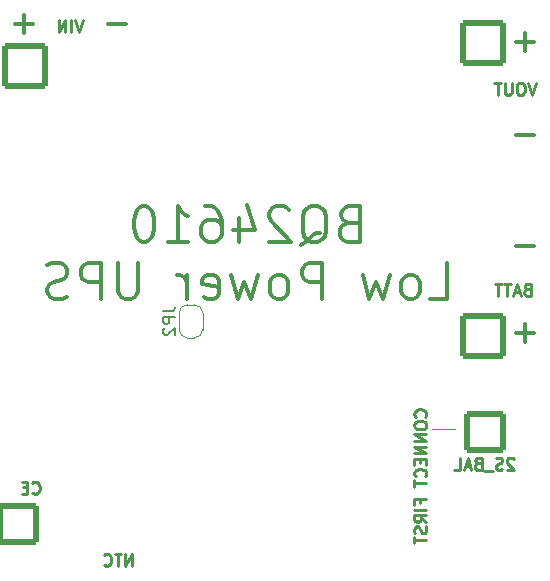
<source format=gbo>
%TF.GenerationSoftware,KiCad,Pcbnew,8.0.2*%
%TF.CreationDate,2024-05-28T03:04:17+03:00*%
%TF.ProjectId,ups,7570732e-6b69-4636-9164-5f7063625858,rev?*%
%TF.SameCoordinates,Original*%
%TF.FileFunction,Legend,Bot*%
%TF.FilePolarity,Positive*%
%FSLAX46Y46*%
G04 Gerber Fmt 4.6, Leading zero omitted, Abs format (unit mm)*
G04 Created by KiCad (PCBNEW 8.0.2) date 2024-05-28 03:04:17*
%MOMM*%
%LPD*%
G01*
G04 APERTURE LIST*
G04 Aperture macros list*
%AMRoundRect*
0 Rectangle with rounded corners*
0 $1 Rounding radius*
0 $2 $3 $4 $5 $6 $7 $8 $9 X,Y pos of 4 corners*
0 Add a 4 corners polygon primitive as box body*
4,1,4,$2,$3,$4,$5,$6,$7,$8,$9,$2,$3,0*
0 Add four circle primitives for the rounded corners*
1,1,$1+$1,$2,$3*
1,1,$1+$1,$4,$5*
1,1,$1+$1,$6,$7*
1,1,$1+$1,$8,$9*
0 Add four rect primitives between the rounded corners*
20,1,$1+$1,$2,$3,$4,$5,0*
20,1,$1+$1,$4,$5,$6,$7,0*
20,1,$1+$1,$6,$7,$8,$9,0*
20,1,$1+$1,$8,$9,$2,$3,0*%
%AMFreePoly0*
4,1,19,0.500000,-0.750000,0.000000,-0.750000,0.000000,-0.744911,-0.071157,-0.744911,-0.207708,-0.704816,-0.327430,-0.627875,-0.420627,-0.520320,-0.479746,-0.390866,-0.500000,-0.250000,-0.500000,0.250000,-0.479746,0.390866,-0.420627,0.520320,-0.327430,0.627875,-0.207708,0.704816,-0.071157,0.744911,0.000000,0.744911,0.000000,0.750000,0.500000,0.750000,0.500000,-0.750000,0.500000,-0.750000,
$1*%
%AMFreePoly1*
4,1,19,0.000000,0.744911,0.071157,0.744911,0.207708,0.704816,0.327430,0.627875,0.420627,0.520320,0.479746,0.390866,0.500000,0.250000,0.500000,-0.250000,0.479746,-0.390866,0.420627,-0.520320,0.327430,-0.627875,0.207708,-0.704816,0.071157,-0.744911,0.000000,-0.744911,0.000000,-0.750000,-0.500000,-0.750000,-0.500000,0.750000,0.000000,0.750000,0.000000,0.744911,0.000000,0.744911,
$1*%
G04 Aperture macros list end*
%ADD10C,0.250000*%
%ADD11C,0.100000*%
%ADD12C,0.300000*%
%ADD13C,0.150000*%
%ADD14C,0.120000*%
%ADD15C,5.600000*%
%ADD16FreePoly0,270.000000*%
%ADD17FreePoly1,270.000000*%
%ADD18RoundRect,0.250002X-1.499998X-1.499998X1.499998X-1.499998X1.499998X1.499998X-1.499998X1.499998X0*%
%ADD19RoundRect,0.250002X-1.699998X-1.699998X1.699998X-1.699998X1.699998X1.699998X-1.699998X1.699998X0*%
%ADD20C,3.900000*%
%ADD21RoundRect,0.250002X1.499998X1.499998X-1.499998X1.499998X-1.499998X-1.499998X1.499998X-1.499998X0*%
%ADD22RoundRect,0.250002X-1.699998X1.699998X-1.699998X-1.699998X1.699998X-1.699998X1.699998X1.699998X0*%
%ADD23RoundRect,0.250002X1.699998X-1.699998X1.699998X1.699998X-1.699998X1.699998X-1.699998X-1.699998X0*%
%ADD24R,1.700000X1.700000*%
%ADD25O,1.700000X1.700000*%
G04 APERTURE END LIST*
D10*
X99165431Y-91812619D02*
X99165431Y-90812619D01*
X99165431Y-90812619D02*
X98594003Y-91812619D01*
X98594003Y-91812619D02*
X98594003Y-90812619D01*
X98260669Y-90812619D02*
X97689241Y-90812619D01*
X97974955Y-91812619D02*
X97974955Y-90812619D01*
X96784479Y-91717380D02*
X96832098Y-91765000D01*
X96832098Y-91765000D02*
X96974955Y-91812619D01*
X96974955Y-91812619D02*
X97070193Y-91812619D01*
X97070193Y-91812619D02*
X97213050Y-91765000D01*
X97213050Y-91765000D02*
X97308288Y-91669761D01*
X97308288Y-91669761D02*
X97355907Y-91574523D01*
X97355907Y-91574523D02*
X97403526Y-91384047D01*
X97403526Y-91384047D02*
X97403526Y-91241190D01*
X97403526Y-91241190D02*
X97355907Y-91050714D01*
X97355907Y-91050714D02*
X97308288Y-90955476D01*
X97308288Y-90955476D02*
X97213050Y-90860238D01*
X97213050Y-90860238D02*
X97070193Y-90812619D01*
X97070193Y-90812619D02*
X96974955Y-90812619D01*
X96974955Y-90812619D02*
X96832098Y-90860238D01*
X96832098Y-90860238D02*
X96784479Y-90907857D01*
D11*
X126492000Y-80264000D02*
X124587000Y-80264000D01*
D10*
X123975380Y-79205996D02*
X124023000Y-79158377D01*
X124023000Y-79158377D02*
X124070619Y-79015520D01*
X124070619Y-79015520D02*
X124070619Y-78920282D01*
X124070619Y-78920282D02*
X124023000Y-78777425D01*
X124023000Y-78777425D02*
X123927761Y-78682187D01*
X123927761Y-78682187D02*
X123832523Y-78634568D01*
X123832523Y-78634568D02*
X123642047Y-78586949D01*
X123642047Y-78586949D02*
X123499190Y-78586949D01*
X123499190Y-78586949D02*
X123308714Y-78634568D01*
X123308714Y-78634568D02*
X123213476Y-78682187D01*
X123213476Y-78682187D02*
X123118238Y-78777425D01*
X123118238Y-78777425D02*
X123070619Y-78920282D01*
X123070619Y-78920282D02*
X123070619Y-79015520D01*
X123070619Y-79015520D02*
X123118238Y-79158377D01*
X123118238Y-79158377D02*
X123165857Y-79205996D01*
X123070619Y-79825044D02*
X123070619Y-80015520D01*
X123070619Y-80015520D02*
X123118238Y-80110758D01*
X123118238Y-80110758D02*
X123213476Y-80205996D01*
X123213476Y-80205996D02*
X123403952Y-80253615D01*
X123403952Y-80253615D02*
X123737285Y-80253615D01*
X123737285Y-80253615D02*
X123927761Y-80205996D01*
X123927761Y-80205996D02*
X124023000Y-80110758D01*
X124023000Y-80110758D02*
X124070619Y-80015520D01*
X124070619Y-80015520D02*
X124070619Y-79825044D01*
X124070619Y-79825044D02*
X124023000Y-79729806D01*
X124023000Y-79729806D02*
X123927761Y-79634568D01*
X123927761Y-79634568D02*
X123737285Y-79586949D01*
X123737285Y-79586949D02*
X123403952Y-79586949D01*
X123403952Y-79586949D02*
X123213476Y-79634568D01*
X123213476Y-79634568D02*
X123118238Y-79729806D01*
X123118238Y-79729806D02*
X123070619Y-79825044D01*
X124070619Y-80682187D02*
X123070619Y-80682187D01*
X123070619Y-80682187D02*
X124070619Y-81253615D01*
X124070619Y-81253615D02*
X123070619Y-81253615D01*
X124070619Y-81729806D02*
X123070619Y-81729806D01*
X123070619Y-81729806D02*
X124070619Y-82301234D01*
X124070619Y-82301234D02*
X123070619Y-82301234D01*
X123546809Y-82777425D02*
X123546809Y-83110758D01*
X124070619Y-83253615D02*
X124070619Y-82777425D01*
X124070619Y-82777425D02*
X123070619Y-82777425D01*
X123070619Y-82777425D02*
X123070619Y-83253615D01*
X123975380Y-84253615D02*
X124023000Y-84205996D01*
X124023000Y-84205996D02*
X124070619Y-84063139D01*
X124070619Y-84063139D02*
X124070619Y-83967901D01*
X124070619Y-83967901D02*
X124023000Y-83825044D01*
X124023000Y-83825044D02*
X123927761Y-83729806D01*
X123927761Y-83729806D02*
X123832523Y-83682187D01*
X123832523Y-83682187D02*
X123642047Y-83634568D01*
X123642047Y-83634568D02*
X123499190Y-83634568D01*
X123499190Y-83634568D02*
X123308714Y-83682187D01*
X123308714Y-83682187D02*
X123213476Y-83729806D01*
X123213476Y-83729806D02*
X123118238Y-83825044D01*
X123118238Y-83825044D02*
X123070619Y-83967901D01*
X123070619Y-83967901D02*
X123070619Y-84063139D01*
X123070619Y-84063139D02*
X123118238Y-84205996D01*
X123118238Y-84205996D02*
X123165857Y-84253615D01*
X123070619Y-84539330D02*
X123070619Y-85110758D01*
X124070619Y-84825044D02*
X123070619Y-84825044D01*
X123546809Y-86539330D02*
X123546809Y-86205997D01*
X124070619Y-86205997D02*
X123070619Y-86205997D01*
X123070619Y-86205997D02*
X123070619Y-86682187D01*
X124070619Y-87063140D02*
X123070619Y-87063140D01*
X124070619Y-88110758D02*
X123594428Y-87777425D01*
X124070619Y-87539330D02*
X123070619Y-87539330D01*
X123070619Y-87539330D02*
X123070619Y-87920282D01*
X123070619Y-87920282D02*
X123118238Y-88015520D01*
X123118238Y-88015520D02*
X123165857Y-88063139D01*
X123165857Y-88063139D02*
X123261095Y-88110758D01*
X123261095Y-88110758D02*
X123403952Y-88110758D01*
X123403952Y-88110758D02*
X123499190Y-88063139D01*
X123499190Y-88063139D02*
X123546809Y-88015520D01*
X123546809Y-88015520D02*
X123594428Y-87920282D01*
X123594428Y-87920282D02*
X123594428Y-87539330D01*
X124023000Y-88491711D02*
X124070619Y-88634568D01*
X124070619Y-88634568D02*
X124070619Y-88872663D01*
X124070619Y-88872663D02*
X124023000Y-88967901D01*
X124023000Y-88967901D02*
X123975380Y-89015520D01*
X123975380Y-89015520D02*
X123880142Y-89063139D01*
X123880142Y-89063139D02*
X123784904Y-89063139D01*
X123784904Y-89063139D02*
X123689666Y-89015520D01*
X123689666Y-89015520D02*
X123642047Y-88967901D01*
X123642047Y-88967901D02*
X123594428Y-88872663D01*
X123594428Y-88872663D02*
X123546809Y-88682187D01*
X123546809Y-88682187D02*
X123499190Y-88586949D01*
X123499190Y-88586949D02*
X123451571Y-88539330D01*
X123451571Y-88539330D02*
X123356333Y-88491711D01*
X123356333Y-88491711D02*
X123261095Y-88491711D01*
X123261095Y-88491711D02*
X123165857Y-88539330D01*
X123165857Y-88539330D02*
X123118238Y-88586949D01*
X123118238Y-88586949D02*
X123070619Y-88682187D01*
X123070619Y-88682187D02*
X123070619Y-88920282D01*
X123070619Y-88920282D02*
X123118238Y-89063139D01*
X123070619Y-89348854D02*
X123070619Y-89920282D01*
X124070619Y-89634568D02*
X123070619Y-89634568D01*
X131471050Y-82779857D02*
X131423431Y-82732238D01*
X131423431Y-82732238D02*
X131328193Y-82684619D01*
X131328193Y-82684619D02*
X131090098Y-82684619D01*
X131090098Y-82684619D02*
X130994860Y-82732238D01*
X130994860Y-82732238D02*
X130947241Y-82779857D01*
X130947241Y-82779857D02*
X130899622Y-82875095D01*
X130899622Y-82875095D02*
X130899622Y-82970333D01*
X130899622Y-82970333D02*
X130947241Y-83113190D01*
X130947241Y-83113190D02*
X131518669Y-83684619D01*
X131518669Y-83684619D02*
X130899622Y-83684619D01*
X130518669Y-83637000D02*
X130375812Y-83684619D01*
X130375812Y-83684619D02*
X130137717Y-83684619D01*
X130137717Y-83684619D02*
X130042479Y-83637000D01*
X130042479Y-83637000D02*
X129994860Y-83589380D01*
X129994860Y-83589380D02*
X129947241Y-83494142D01*
X129947241Y-83494142D02*
X129947241Y-83398904D01*
X129947241Y-83398904D02*
X129994860Y-83303666D01*
X129994860Y-83303666D02*
X130042479Y-83256047D01*
X130042479Y-83256047D02*
X130137717Y-83208428D01*
X130137717Y-83208428D02*
X130328193Y-83160809D01*
X130328193Y-83160809D02*
X130423431Y-83113190D01*
X130423431Y-83113190D02*
X130471050Y-83065571D01*
X130471050Y-83065571D02*
X130518669Y-82970333D01*
X130518669Y-82970333D02*
X130518669Y-82875095D01*
X130518669Y-82875095D02*
X130471050Y-82779857D01*
X130471050Y-82779857D02*
X130423431Y-82732238D01*
X130423431Y-82732238D02*
X130328193Y-82684619D01*
X130328193Y-82684619D02*
X130090098Y-82684619D01*
X130090098Y-82684619D02*
X129947241Y-82732238D01*
X129756765Y-83779857D02*
X128994860Y-83779857D01*
X128423431Y-83160809D02*
X128280574Y-83208428D01*
X128280574Y-83208428D02*
X128232955Y-83256047D01*
X128232955Y-83256047D02*
X128185336Y-83351285D01*
X128185336Y-83351285D02*
X128185336Y-83494142D01*
X128185336Y-83494142D02*
X128232955Y-83589380D01*
X128232955Y-83589380D02*
X128280574Y-83637000D01*
X128280574Y-83637000D02*
X128375812Y-83684619D01*
X128375812Y-83684619D02*
X128756764Y-83684619D01*
X128756764Y-83684619D02*
X128756764Y-82684619D01*
X128756764Y-82684619D02*
X128423431Y-82684619D01*
X128423431Y-82684619D02*
X128328193Y-82732238D01*
X128328193Y-82732238D02*
X128280574Y-82779857D01*
X128280574Y-82779857D02*
X128232955Y-82875095D01*
X128232955Y-82875095D02*
X128232955Y-82970333D01*
X128232955Y-82970333D02*
X128280574Y-83065571D01*
X128280574Y-83065571D02*
X128328193Y-83113190D01*
X128328193Y-83113190D02*
X128423431Y-83160809D01*
X128423431Y-83160809D02*
X128756764Y-83160809D01*
X127804383Y-83398904D02*
X127328193Y-83398904D01*
X127899621Y-83684619D02*
X127566288Y-82684619D01*
X127566288Y-82684619D02*
X127232955Y-83684619D01*
X126423431Y-83684619D02*
X126899621Y-83684619D01*
X126899621Y-83684619D02*
X126899621Y-82684619D01*
X90720003Y-85621380D02*
X90767622Y-85669000D01*
X90767622Y-85669000D02*
X90910479Y-85716619D01*
X90910479Y-85716619D02*
X91005717Y-85716619D01*
X91005717Y-85716619D02*
X91148574Y-85669000D01*
X91148574Y-85669000D02*
X91243812Y-85573761D01*
X91243812Y-85573761D02*
X91291431Y-85478523D01*
X91291431Y-85478523D02*
X91339050Y-85288047D01*
X91339050Y-85288047D02*
X91339050Y-85145190D01*
X91339050Y-85145190D02*
X91291431Y-84954714D01*
X91291431Y-84954714D02*
X91243812Y-84859476D01*
X91243812Y-84859476D02*
X91148574Y-84764238D01*
X91148574Y-84764238D02*
X91005717Y-84716619D01*
X91005717Y-84716619D02*
X90910479Y-84716619D01*
X90910479Y-84716619D02*
X90767622Y-84764238D01*
X90767622Y-84764238D02*
X90720003Y-84811857D01*
X90291431Y-85192809D02*
X89958098Y-85192809D01*
X89815241Y-85716619D02*
X90291431Y-85716619D01*
X90291431Y-85716619D02*
X90291431Y-84716619D01*
X90291431Y-84716619D02*
X89815241Y-84716619D01*
D12*
X133184441Y-64763733D02*
X131660632Y-64763733D01*
X133184441Y-72129733D02*
X131660632Y-72129733D01*
X132422536Y-72891638D02*
X132422536Y-71367828D01*
X133184441Y-55365733D02*
X131660632Y-55365733D01*
X133184441Y-47491733D02*
X131660632Y-47491733D01*
X132422536Y-48253638D02*
X132422536Y-46729828D01*
X98640441Y-45967733D02*
X97116632Y-45967733D01*
X90766441Y-45967733D02*
X89242632Y-45967733D01*
X90004536Y-46729638D02*
X90004536Y-45205828D01*
D10*
X94990288Y-45600619D02*
X94656955Y-46600619D01*
X94656955Y-46600619D02*
X94323622Y-45600619D01*
X93990288Y-46600619D02*
X93990288Y-45600619D01*
X93514098Y-46600619D02*
X93514098Y-45600619D01*
X93514098Y-45600619D02*
X92942670Y-46600619D01*
X92942670Y-46600619D02*
X92942670Y-45600619D01*
X132614098Y-68428809D02*
X132471241Y-68476428D01*
X132471241Y-68476428D02*
X132423622Y-68524047D01*
X132423622Y-68524047D02*
X132376003Y-68619285D01*
X132376003Y-68619285D02*
X132376003Y-68762142D01*
X132376003Y-68762142D02*
X132423622Y-68857380D01*
X132423622Y-68857380D02*
X132471241Y-68905000D01*
X132471241Y-68905000D02*
X132566479Y-68952619D01*
X132566479Y-68952619D02*
X132947431Y-68952619D01*
X132947431Y-68952619D02*
X132947431Y-67952619D01*
X132947431Y-67952619D02*
X132614098Y-67952619D01*
X132614098Y-67952619D02*
X132518860Y-68000238D01*
X132518860Y-68000238D02*
X132471241Y-68047857D01*
X132471241Y-68047857D02*
X132423622Y-68143095D01*
X132423622Y-68143095D02*
X132423622Y-68238333D01*
X132423622Y-68238333D02*
X132471241Y-68333571D01*
X132471241Y-68333571D02*
X132518860Y-68381190D01*
X132518860Y-68381190D02*
X132614098Y-68428809D01*
X132614098Y-68428809D02*
X132947431Y-68428809D01*
X131995050Y-68666904D02*
X131518860Y-68666904D01*
X132090288Y-68952619D02*
X131756955Y-67952619D01*
X131756955Y-67952619D02*
X131423622Y-68952619D01*
X131233145Y-67952619D02*
X130661717Y-67952619D01*
X130947431Y-68952619D02*
X130947431Y-67952619D01*
X130471240Y-67952619D02*
X129899812Y-67952619D01*
X130185526Y-68952619D02*
X130185526Y-67952619D01*
X133344288Y-50934619D02*
X133010955Y-51934619D01*
X133010955Y-51934619D02*
X132677622Y-50934619D01*
X132153812Y-50934619D02*
X131963336Y-50934619D01*
X131963336Y-50934619D02*
X131868098Y-50982238D01*
X131868098Y-50982238D02*
X131772860Y-51077476D01*
X131772860Y-51077476D02*
X131725241Y-51267952D01*
X131725241Y-51267952D02*
X131725241Y-51601285D01*
X131725241Y-51601285D02*
X131772860Y-51791761D01*
X131772860Y-51791761D02*
X131868098Y-51887000D01*
X131868098Y-51887000D02*
X131963336Y-51934619D01*
X131963336Y-51934619D02*
X132153812Y-51934619D01*
X132153812Y-51934619D02*
X132249050Y-51887000D01*
X132249050Y-51887000D02*
X132344288Y-51791761D01*
X132344288Y-51791761D02*
X132391907Y-51601285D01*
X132391907Y-51601285D02*
X132391907Y-51267952D01*
X132391907Y-51267952D02*
X132344288Y-51077476D01*
X132344288Y-51077476D02*
X132249050Y-50982238D01*
X132249050Y-50982238D02*
X132153812Y-50934619D01*
X131296669Y-50934619D02*
X131296669Y-51744142D01*
X131296669Y-51744142D02*
X131249050Y-51839380D01*
X131249050Y-51839380D02*
X131201431Y-51887000D01*
X131201431Y-51887000D02*
X131106193Y-51934619D01*
X131106193Y-51934619D02*
X130915717Y-51934619D01*
X130915717Y-51934619D02*
X130820479Y-51887000D01*
X130820479Y-51887000D02*
X130772860Y-51839380D01*
X130772860Y-51839380D02*
X130725241Y-51744142D01*
X130725241Y-51744142D02*
X130725241Y-50934619D01*
X130391907Y-50934619D02*
X129820479Y-50934619D01*
X130106193Y-51934619D02*
X130106193Y-50934619D01*
D12*
X117466000Y-62811996D02*
X117037428Y-62954853D01*
X117037428Y-62954853D02*
X116894571Y-63097710D01*
X116894571Y-63097710D02*
X116751714Y-63383425D01*
X116751714Y-63383425D02*
X116751714Y-63811996D01*
X116751714Y-63811996D02*
X116894571Y-64097710D01*
X116894571Y-64097710D02*
X117037428Y-64240568D01*
X117037428Y-64240568D02*
X117323143Y-64383425D01*
X117323143Y-64383425D02*
X118466000Y-64383425D01*
X118466000Y-64383425D02*
X118466000Y-61383425D01*
X118466000Y-61383425D02*
X117466000Y-61383425D01*
X117466000Y-61383425D02*
X117180286Y-61526282D01*
X117180286Y-61526282D02*
X117037428Y-61669139D01*
X117037428Y-61669139D02*
X116894571Y-61954853D01*
X116894571Y-61954853D02*
X116894571Y-62240568D01*
X116894571Y-62240568D02*
X117037428Y-62526282D01*
X117037428Y-62526282D02*
X117180286Y-62669139D01*
X117180286Y-62669139D02*
X117466000Y-62811996D01*
X117466000Y-62811996D02*
X118466000Y-62811996D01*
X113466000Y-64669139D02*
X113751714Y-64526282D01*
X113751714Y-64526282D02*
X114037428Y-64240568D01*
X114037428Y-64240568D02*
X114466000Y-63811996D01*
X114466000Y-63811996D02*
X114751714Y-63669139D01*
X114751714Y-63669139D02*
X115037428Y-63669139D01*
X114894571Y-64383425D02*
X115180286Y-64240568D01*
X115180286Y-64240568D02*
X115466000Y-63954853D01*
X115466000Y-63954853D02*
X115608857Y-63383425D01*
X115608857Y-63383425D02*
X115608857Y-62383425D01*
X115608857Y-62383425D02*
X115466000Y-61811996D01*
X115466000Y-61811996D02*
X115180286Y-61526282D01*
X115180286Y-61526282D02*
X114894571Y-61383425D01*
X114894571Y-61383425D02*
X114323143Y-61383425D01*
X114323143Y-61383425D02*
X114037428Y-61526282D01*
X114037428Y-61526282D02*
X113751714Y-61811996D01*
X113751714Y-61811996D02*
X113608857Y-62383425D01*
X113608857Y-62383425D02*
X113608857Y-63383425D01*
X113608857Y-63383425D02*
X113751714Y-63954853D01*
X113751714Y-63954853D02*
X114037428Y-64240568D01*
X114037428Y-64240568D02*
X114323143Y-64383425D01*
X114323143Y-64383425D02*
X114894571Y-64383425D01*
X112466000Y-61669139D02*
X112323143Y-61526282D01*
X112323143Y-61526282D02*
X112037429Y-61383425D01*
X112037429Y-61383425D02*
X111323143Y-61383425D01*
X111323143Y-61383425D02*
X111037429Y-61526282D01*
X111037429Y-61526282D02*
X110894571Y-61669139D01*
X110894571Y-61669139D02*
X110751714Y-61954853D01*
X110751714Y-61954853D02*
X110751714Y-62240568D01*
X110751714Y-62240568D02*
X110894571Y-62669139D01*
X110894571Y-62669139D02*
X112608857Y-64383425D01*
X112608857Y-64383425D02*
X110751714Y-64383425D01*
X108180286Y-62383425D02*
X108180286Y-64383425D01*
X108894571Y-61240568D02*
X109608857Y-63383425D01*
X109608857Y-63383425D02*
X107751714Y-63383425D01*
X105323143Y-61383425D02*
X105894571Y-61383425D01*
X105894571Y-61383425D02*
X106180285Y-61526282D01*
X106180285Y-61526282D02*
X106323143Y-61669139D01*
X106323143Y-61669139D02*
X106608857Y-62097710D01*
X106608857Y-62097710D02*
X106751714Y-62669139D01*
X106751714Y-62669139D02*
X106751714Y-63811996D01*
X106751714Y-63811996D02*
X106608857Y-64097710D01*
X106608857Y-64097710D02*
X106466000Y-64240568D01*
X106466000Y-64240568D02*
X106180285Y-64383425D01*
X106180285Y-64383425D02*
X105608857Y-64383425D01*
X105608857Y-64383425D02*
X105323143Y-64240568D01*
X105323143Y-64240568D02*
X105180285Y-64097710D01*
X105180285Y-64097710D02*
X105037428Y-63811996D01*
X105037428Y-63811996D02*
X105037428Y-63097710D01*
X105037428Y-63097710D02*
X105180285Y-62811996D01*
X105180285Y-62811996D02*
X105323143Y-62669139D01*
X105323143Y-62669139D02*
X105608857Y-62526282D01*
X105608857Y-62526282D02*
X106180285Y-62526282D01*
X106180285Y-62526282D02*
X106466000Y-62669139D01*
X106466000Y-62669139D02*
X106608857Y-62811996D01*
X106608857Y-62811996D02*
X106751714Y-63097710D01*
X102180285Y-64383425D02*
X103894571Y-64383425D01*
X103037428Y-64383425D02*
X103037428Y-61383425D01*
X103037428Y-61383425D02*
X103323142Y-61811996D01*
X103323142Y-61811996D02*
X103608857Y-62097710D01*
X103608857Y-62097710D02*
X103894571Y-62240568D01*
X100323142Y-61383425D02*
X100037428Y-61383425D01*
X100037428Y-61383425D02*
X99751714Y-61526282D01*
X99751714Y-61526282D02*
X99608857Y-61669139D01*
X99608857Y-61669139D02*
X99465999Y-61954853D01*
X99465999Y-61954853D02*
X99323142Y-62526282D01*
X99323142Y-62526282D02*
X99323142Y-63240568D01*
X99323142Y-63240568D02*
X99465999Y-63811996D01*
X99465999Y-63811996D02*
X99608857Y-64097710D01*
X99608857Y-64097710D02*
X99751714Y-64240568D01*
X99751714Y-64240568D02*
X100037428Y-64383425D01*
X100037428Y-64383425D02*
X100323142Y-64383425D01*
X100323142Y-64383425D02*
X100608857Y-64240568D01*
X100608857Y-64240568D02*
X100751714Y-64097710D01*
X100751714Y-64097710D02*
X100894571Y-63811996D01*
X100894571Y-63811996D02*
X101037428Y-63240568D01*
X101037428Y-63240568D02*
X101037428Y-62526282D01*
X101037428Y-62526282D02*
X100894571Y-61954853D01*
X100894571Y-61954853D02*
X100751714Y-61669139D01*
X100751714Y-61669139D02*
X100608857Y-61526282D01*
X100608857Y-61526282D02*
X100323142Y-61383425D01*
X124394570Y-69213257D02*
X125823142Y-69213257D01*
X125823142Y-69213257D02*
X125823142Y-66213257D01*
X122965999Y-69213257D02*
X123251714Y-69070400D01*
X123251714Y-69070400D02*
X123394571Y-68927542D01*
X123394571Y-68927542D02*
X123537428Y-68641828D01*
X123537428Y-68641828D02*
X123537428Y-67784685D01*
X123537428Y-67784685D02*
X123394571Y-67498971D01*
X123394571Y-67498971D02*
X123251714Y-67356114D01*
X123251714Y-67356114D02*
X122965999Y-67213257D01*
X122965999Y-67213257D02*
X122537428Y-67213257D01*
X122537428Y-67213257D02*
X122251714Y-67356114D01*
X122251714Y-67356114D02*
X122108857Y-67498971D01*
X122108857Y-67498971D02*
X121965999Y-67784685D01*
X121965999Y-67784685D02*
X121965999Y-68641828D01*
X121965999Y-68641828D02*
X122108857Y-68927542D01*
X122108857Y-68927542D02*
X122251714Y-69070400D01*
X122251714Y-69070400D02*
X122537428Y-69213257D01*
X122537428Y-69213257D02*
X122965999Y-69213257D01*
X120965999Y-67213257D02*
X120394571Y-69213257D01*
X120394571Y-69213257D02*
X119823142Y-67784685D01*
X119823142Y-67784685D02*
X119251713Y-69213257D01*
X119251713Y-69213257D02*
X118680285Y-67213257D01*
X115251714Y-69213257D02*
X115251714Y-66213257D01*
X115251714Y-66213257D02*
X114108857Y-66213257D01*
X114108857Y-66213257D02*
X113823142Y-66356114D01*
X113823142Y-66356114D02*
X113680285Y-66498971D01*
X113680285Y-66498971D02*
X113537428Y-66784685D01*
X113537428Y-66784685D02*
X113537428Y-67213257D01*
X113537428Y-67213257D02*
X113680285Y-67498971D01*
X113680285Y-67498971D02*
X113823142Y-67641828D01*
X113823142Y-67641828D02*
X114108857Y-67784685D01*
X114108857Y-67784685D02*
X115251714Y-67784685D01*
X111823142Y-69213257D02*
X112108857Y-69070400D01*
X112108857Y-69070400D02*
X112251714Y-68927542D01*
X112251714Y-68927542D02*
X112394571Y-68641828D01*
X112394571Y-68641828D02*
X112394571Y-67784685D01*
X112394571Y-67784685D02*
X112251714Y-67498971D01*
X112251714Y-67498971D02*
X112108857Y-67356114D01*
X112108857Y-67356114D02*
X111823142Y-67213257D01*
X111823142Y-67213257D02*
X111394571Y-67213257D01*
X111394571Y-67213257D02*
X111108857Y-67356114D01*
X111108857Y-67356114D02*
X110966000Y-67498971D01*
X110966000Y-67498971D02*
X110823142Y-67784685D01*
X110823142Y-67784685D02*
X110823142Y-68641828D01*
X110823142Y-68641828D02*
X110966000Y-68927542D01*
X110966000Y-68927542D02*
X111108857Y-69070400D01*
X111108857Y-69070400D02*
X111394571Y-69213257D01*
X111394571Y-69213257D02*
X111823142Y-69213257D01*
X109823142Y-67213257D02*
X109251714Y-69213257D01*
X109251714Y-69213257D02*
X108680285Y-67784685D01*
X108680285Y-67784685D02*
X108108856Y-69213257D01*
X108108856Y-69213257D02*
X107537428Y-67213257D01*
X105251714Y-69070400D02*
X105537428Y-69213257D01*
X105537428Y-69213257D02*
X106108857Y-69213257D01*
X106108857Y-69213257D02*
X106394571Y-69070400D01*
X106394571Y-69070400D02*
X106537428Y-68784685D01*
X106537428Y-68784685D02*
X106537428Y-67641828D01*
X106537428Y-67641828D02*
X106394571Y-67356114D01*
X106394571Y-67356114D02*
X106108857Y-67213257D01*
X106108857Y-67213257D02*
X105537428Y-67213257D01*
X105537428Y-67213257D02*
X105251714Y-67356114D01*
X105251714Y-67356114D02*
X105108857Y-67641828D01*
X105108857Y-67641828D02*
X105108857Y-67927542D01*
X105108857Y-67927542D02*
X106537428Y-68213257D01*
X103823142Y-69213257D02*
X103823142Y-67213257D01*
X103823142Y-67784685D02*
X103680285Y-67498971D01*
X103680285Y-67498971D02*
X103537428Y-67356114D01*
X103537428Y-67356114D02*
X103251713Y-67213257D01*
X103251713Y-67213257D02*
X102965999Y-67213257D01*
X99680285Y-66213257D02*
X99680285Y-68641828D01*
X99680285Y-68641828D02*
X99537428Y-68927542D01*
X99537428Y-68927542D02*
X99394571Y-69070400D01*
X99394571Y-69070400D02*
X99108856Y-69213257D01*
X99108856Y-69213257D02*
X98537428Y-69213257D01*
X98537428Y-69213257D02*
X98251713Y-69070400D01*
X98251713Y-69070400D02*
X98108856Y-68927542D01*
X98108856Y-68927542D02*
X97965999Y-68641828D01*
X97965999Y-68641828D02*
X97965999Y-66213257D01*
X96537428Y-69213257D02*
X96537428Y-66213257D01*
X96537428Y-66213257D02*
X95394571Y-66213257D01*
X95394571Y-66213257D02*
X95108856Y-66356114D01*
X95108856Y-66356114D02*
X94965999Y-66498971D01*
X94965999Y-66498971D02*
X94823142Y-66784685D01*
X94823142Y-66784685D02*
X94823142Y-67213257D01*
X94823142Y-67213257D02*
X94965999Y-67498971D01*
X94965999Y-67498971D02*
X95108856Y-67641828D01*
X95108856Y-67641828D02*
X95394571Y-67784685D01*
X95394571Y-67784685D02*
X96537428Y-67784685D01*
X93680285Y-69070400D02*
X93251714Y-69213257D01*
X93251714Y-69213257D02*
X92537428Y-69213257D01*
X92537428Y-69213257D02*
X92251714Y-69070400D01*
X92251714Y-69070400D02*
X92108856Y-68927542D01*
X92108856Y-68927542D02*
X91965999Y-68641828D01*
X91965999Y-68641828D02*
X91965999Y-68356114D01*
X91965999Y-68356114D02*
X92108856Y-68070400D01*
X92108856Y-68070400D02*
X92251714Y-67927542D01*
X92251714Y-67927542D02*
X92537428Y-67784685D01*
X92537428Y-67784685D02*
X93108856Y-67641828D01*
X93108856Y-67641828D02*
X93394571Y-67498971D01*
X93394571Y-67498971D02*
X93537428Y-67356114D01*
X93537428Y-67356114D02*
X93680285Y-67070400D01*
X93680285Y-67070400D02*
X93680285Y-66784685D01*
X93680285Y-66784685D02*
X93537428Y-66498971D01*
X93537428Y-66498971D02*
X93394571Y-66356114D01*
X93394571Y-66356114D02*
X93108856Y-66213257D01*
X93108856Y-66213257D02*
X92394571Y-66213257D01*
X92394571Y-66213257D02*
X91965999Y-66356114D01*
D13*
X101794819Y-70286666D02*
X102509104Y-70286666D01*
X102509104Y-70286666D02*
X102651961Y-70239047D01*
X102651961Y-70239047D02*
X102747200Y-70143809D01*
X102747200Y-70143809D02*
X102794819Y-70000952D01*
X102794819Y-70000952D02*
X102794819Y-69905714D01*
X102794819Y-70762857D02*
X101794819Y-70762857D01*
X101794819Y-70762857D02*
X101794819Y-71143809D01*
X101794819Y-71143809D02*
X101842438Y-71239047D01*
X101842438Y-71239047D02*
X101890057Y-71286666D01*
X101890057Y-71286666D02*
X101985295Y-71334285D01*
X101985295Y-71334285D02*
X102128152Y-71334285D01*
X102128152Y-71334285D02*
X102223390Y-71286666D01*
X102223390Y-71286666D02*
X102271009Y-71239047D01*
X102271009Y-71239047D02*
X102318628Y-71143809D01*
X102318628Y-71143809D02*
X102318628Y-70762857D01*
X101890057Y-71715238D02*
X101842438Y-71762857D01*
X101842438Y-71762857D02*
X101794819Y-71858095D01*
X101794819Y-71858095D02*
X101794819Y-72096190D01*
X101794819Y-72096190D02*
X101842438Y-72191428D01*
X101842438Y-72191428D02*
X101890057Y-72239047D01*
X101890057Y-72239047D02*
X101985295Y-72286666D01*
X101985295Y-72286666D02*
X102080533Y-72286666D01*
X102080533Y-72286666D02*
X102223390Y-72239047D01*
X102223390Y-72239047D02*
X102794819Y-71667619D01*
X102794819Y-71667619D02*
X102794819Y-72286666D01*
D14*
%TO.C,JP2*%
X103140000Y-71820000D02*
X103140000Y-70420000D01*
X104440000Y-72520000D02*
X103840000Y-72520000D01*
X103840000Y-69720000D02*
X104440000Y-69720000D01*
X105140000Y-70420000D02*
X105140000Y-71820000D01*
X103840000Y-72520000D02*
G75*
G02*
X103140000Y-71820000I0J700000D01*
G01*
X103140000Y-70420000D02*
G75*
G02*
X103840000Y-69720000I699999J1D01*
G01*
X105140000Y-71820000D02*
G75*
G02*
X104440000Y-72520000I-700000J0D01*
G01*
X104440000Y-69720000D02*
G75*
G02*
X105140000Y-70420000I1J-699999D01*
G01*
%TD*%
%LPC*%
D15*
%TO.C,H2*%
X121920000Y-59055000D03*
%TD*%
D16*
%TO.C,JP2*%
X104140000Y-70470000D03*
D17*
X104140000Y-71770000D03*
%TD*%
D18*
%TO.C,J6*%
X129032000Y-80518000D03*
%TD*%
D19*
%TO.C,J1*%
X90080000Y-49530000D03*
D20*
X97880000Y-49530000D03*
%TD*%
D15*
%TO.C,H1*%
X97155000Y-77470000D03*
%TD*%
D21*
%TO.C,J4*%
X89535000Y-88265000D03*
%TD*%
D22*
%TO.C,J2*%
X128905000Y-47535000D03*
D20*
X128905000Y-55335000D03*
%TD*%
D23*
%TO.C,J3*%
X128905000Y-72390000D03*
D20*
X128905000Y-64590000D03*
%TD*%
D24*
%TO.C,J5*%
X99700000Y-88900000D03*
D25*
X97160000Y-88900000D03*
%TD*%
%LPD*%
M02*

</source>
